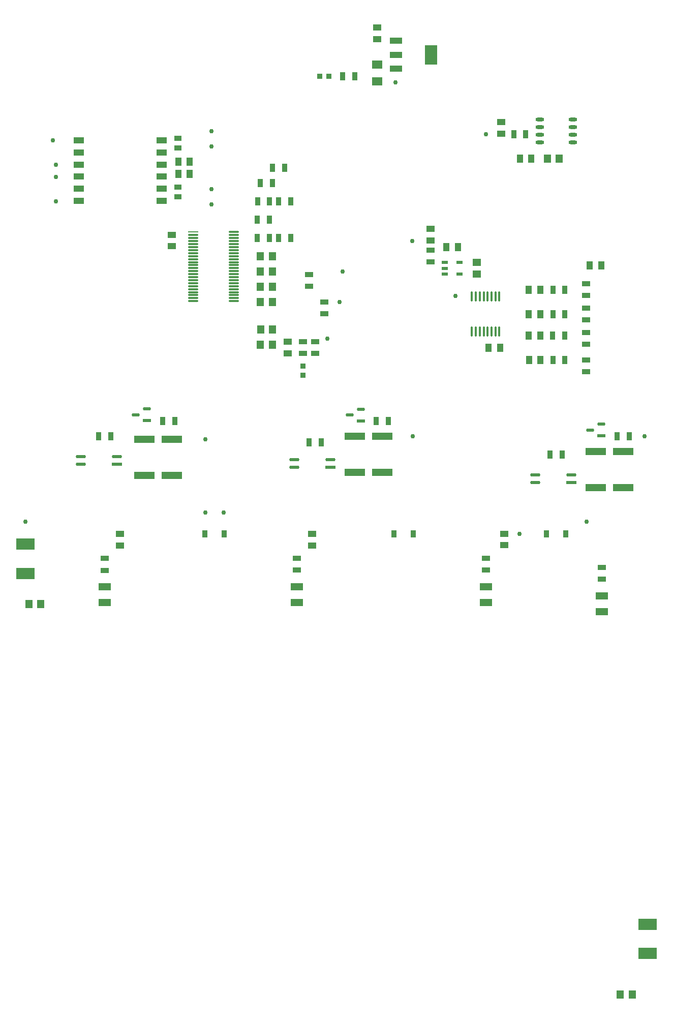
<source format=gtp>
G04*
G04 #@! TF.GenerationSoftware,Altium Limited,Altium Designer,23.3.1 (30)*
G04*
G04 Layer_Color=8421504*
%FSLAX25Y25*%
%MOIN*%
G70*
G04*
G04 #@! TF.SameCoordinates,B9ADD834-6C2E-4723-A052-446894AFEB0A*
G04*
G04*
G04 #@! TF.FilePolarity,Positive*
G04*
G01*
G75*
%ADD21R,0.04331X0.02362*%
%ADD22O,0.01378X0.07284*%
%ADD23C,0.03000*%
%ADD24R,0.05709X0.04724*%
%ADD25R,0.05315X0.03543*%
%ADD26R,0.03543X0.05315*%
%ADD27R,0.05512X0.04134*%
%ADD28R,0.04134X0.05512*%
%ADD29R,0.04921X0.03740*%
%ADD30R,0.06901X0.01004*%
G04:AMPARAMS|DCode=31|XSize=69.01mil|YSize=10.04mil|CornerRadius=5.02mil|HoleSize=0mil|Usage=FLASHONLY|Rotation=0.000|XOffset=0mil|YOffset=0mil|HoleType=Round|Shape=RoundedRectangle|*
%AMROUNDEDRECTD31*
21,1,0.06901,0.00000,0,0,0.0*
21,1,0.05897,0.01004,0,0,0.0*
1,1,0.01004,0.02949,0.00000*
1,1,0.01004,-0.02949,0.00000*
1,1,0.01004,-0.02949,0.00000*
1,1,0.01004,0.02949,0.00000*
%
%ADD31ROUNDEDRECTD31*%
%ADD32R,0.06732X0.04000*%
%ADD33R,0.04724X0.05709*%
%ADD34R,0.03583X0.04803*%
%ADD35R,0.08000X0.04500*%
G04:AMPARAMS|DCode=36|XSize=53.36mil|YSize=22.14mil|CornerRadius=11.07mil|HoleSize=0mil|Usage=FLASHONLY|Rotation=180.000|XOffset=0mil|YOffset=0mil|HoleType=Round|Shape=RoundedRectangle|*
%AMROUNDEDRECTD36*
21,1,0.05336,0.00000,0,0,180.0*
21,1,0.03121,0.02214,0,0,180.0*
1,1,0.02214,-0.01561,0.00000*
1,1,0.02214,0.01561,0.00000*
1,1,0.02214,0.01561,0.00000*
1,1,0.02214,-0.01561,0.00000*
%
%ADD36ROUNDEDRECTD36*%
%ADD37R,0.05336X0.02214*%
G04:AMPARAMS|DCode=38|XSize=67.04mil|YSize=20.95mil|CornerRadius=10.48mil|HoleSize=0mil|Usage=FLASHONLY|Rotation=180.000|XOffset=0mil|YOffset=0mil|HoleType=Round|Shape=RoundedRectangle|*
%AMROUNDEDRECTD38*
21,1,0.06704,0.00000,0,0,180.0*
21,1,0.04609,0.02095,0,0,180.0*
1,1,0.02095,-0.02305,0.00000*
1,1,0.02095,0.02305,0.00000*
1,1,0.02095,0.02305,0.00000*
1,1,0.02095,-0.02305,0.00000*
%
%ADD38ROUNDEDRECTD38*%
%ADD39R,0.06704X0.02095*%
%ADD40R,0.13410X0.04560*%
%ADD41R,0.12400X0.07700*%
%ADD42R,0.03740X0.03543*%
%ADD43R,0.08465X0.12795*%
%ADD44R,0.08465X0.03937*%
%ADD45R,0.07087X0.05709*%
%ADD46R,0.03543X0.03740*%
%ADD47O,0.05709X0.02362*%
D21*
X296465Y553740D02*
D03*
Y546260D02*
D03*
X287016D02*
D03*
Y550000D02*
D03*
Y553740D02*
D03*
D22*
X322697Y531516D02*
D03*
X320138D02*
D03*
X317579D02*
D03*
X315020D02*
D03*
X312461D02*
D03*
X309902D02*
D03*
X307343D02*
D03*
X304783D02*
D03*
X322697Y508484D02*
D03*
X320138D02*
D03*
X317579D02*
D03*
X315020D02*
D03*
X312461D02*
D03*
X309902D02*
D03*
X307343D02*
D03*
X304783D02*
D03*
D23*
X294000Y532000D02*
D03*
X265740Y568000D02*
D03*
X220000Y548000D02*
D03*
X218000Y528000D02*
D03*
X32000Y618000D02*
D03*
Y610000D02*
D03*
X30000Y634000D02*
D03*
X32000Y594000D02*
D03*
X134000Y640000D02*
D03*
Y592000D02*
D03*
Y630000D02*
D03*
Y602000D02*
D03*
X142000Y390000D02*
D03*
X130000D02*
D03*
X210000Y504000D02*
D03*
X418000Y440000D02*
D03*
X380000Y384000D02*
D03*
X336000Y376000D02*
D03*
X12000Y384000D02*
D03*
X266000Y440000D02*
D03*
X130000Y438000D02*
D03*
X254484Y672000D02*
D03*
X314063Y638000D02*
D03*
D24*
X308000Y546063D02*
D03*
Y553937D02*
D03*
D25*
X277740Y561937D02*
D03*
Y554063D02*
D03*
X379740Y482063D02*
D03*
Y489937D02*
D03*
Y500063D02*
D03*
Y507937D02*
D03*
Y516063D02*
D03*
Y523937D02*
D03*
Y532063D02*
D03*
Y539937D02*
D03*
X208000Y520063D02*
D03*
Y527937D02*
D03*
X198000Y545937D02*
D03*
Y538063D02*
D03*
X314000Y352063D02*
D03*
Y359937D02*
D03*
X390000Y346126D02*
D03*
Y354000D02*
D03*
X190000Y352126D02*
D03*
Y360000D02*
D03*
X194000Y494063D02*
D03*
Y501937D02*
D03*
X202000Y494063D02*
D03*
Y501937D02*
D03*
X64000Y359874D02*
D03*
Y352000D02*
D03*
D26*
X357803Y490000D02*
D03*
X365677D02*
D03*
X357740Y506000D02*
D03*
X365614D02*
D03*
X357803Y520000D02*
D03*
X365677D02*
D03*
X357803Y536000D02*
D03*
X365677D02*
D03*
X172000Y593736D02*
D03*
X164126D02*
D03*
X178063Y570000D02*
D03*
X185937D02*
D03*
X171937Y582000D02*
D03*
X164063D02*
D03*
X185937Y593736D02*
D03*
X178063D02*
D03*
X164063Y570000D02*
D03*
X171937D02*
D03*
X173937Y605736D02*
D03*
X166063D02*
D03*
X181937Y615736D02*
D03*
X174063D02*
D03*
X400000Y440000D02*
D03*
X407874D02*
D03*
X205937Y436000D02*
D03*
X198063D02*
D03*
X242063Y450000D02*
D03*
X249937D02*
D03*
X67874Y440000D02*
D03*
X60000D02*
D03*
X363937Y428000D02*
D03*
X356063D02*
D03*
X102000Y450000D02*
D03*
X109874D02*
D03*
X220063Y676000D02*
D03*
X227937D02*
D03*
X340000Y638000D02*
D03*
X332126D02*
D03*
D27*
X277740Y568260D02*
D03*
Y575740D02*
D03*
X108000Y572000D02*
D03*
Y564520D02*
D03*
X326000Y368520D02*
D03*
Y376000D02*
D03*
X200000Y368260D02*
D03*
Y375740D02*
D03*
X184000Y494260D02*
D03*
Y501740D02*
D03*
X74000Y375740D02*
D03*
Y368260D02*
D03*
X242484Y707740D02*
D03*
Y700260D02*
D03*
X324063Y645740D02*
D03*
Y638260D02*
D03*
D28*
X288000Y564000D02*
D03*
X295480D02*
D03*
X315740Y498000D02*
D03*
X323220D02*
D03*
X349480Y536000D02*
D03*
X342000D02*
D03*
X349480Y520000D02*
D03*
X342000D02*
D03*
X349480Y506000D02*
D03*
X342000D02*
D03*
X349740Y490000D02*
D03*
X342260D02*
D03*
X389480Y552000D02*
D03*
X382000D02*
D03*
X112260Y620000D02*
D03*
X119740D02*
D03*
X119740Y612000D02*
D03*
X112260D02*
D03*
X343740Y622000D02*
D03*
X336260D02*
D03*
D29*
X112000Y596949D02*
D03*
Y603051D02*
D03*
Y635051D02*
D03*
Y628949D02*
D03*
D30*
X122000Y573685D02*
D03*
D31*
Y571716D02*
D03*
Y569748D02*
D03*
Y567779D02*
D03*
Y565811D02*
D03*
Y563842D02*
D03*
Y561874D02*
D03*
Y559905D02*
D03*
Y557937D02*
D03*
Y555969D02*
D03*
Y554000D02*
D03*
Y552032D02*
D03*
Y550063D02*
D03*
Y548095D02*
D03*
Y546126D02*
D03*
Y544158D02*
D03*
Y542189D02*
D03*
Y540220D02*
D03*
Y538252D02*
D03*
Y536283D02*
D03*
Y534315D02*
D03*
Y532346D02*
D03*
Y530378D02*
D03*
Y528409D02*
D03*
X148576D02*
D03*
Y530378D02*
D03*
Y532346D02*
D03*
Y534315D02*
D03*
Y536283D02*
D03*
Y538252D02*
D03*
Y540220D02*
D03*
Y542189D02*
D03*
Y544158D02*
D03*
Y546126D02*
D03*
Y548095D02*
D03*
Y550063D02*
D03*
Y552032D02*
D03*
Y554000D02*
D03*
Y555969D02*
D03*
Y557937D02*
D03*
Y559905D02*
D03*
Y561874D02*
D03*
Y563842D02*
D03*
Y565811D02*
D03*
Y567779D02*
D03*
Y569748D02*
D03*
Y571716D02*
D03*
Y573685D02*
D03*
D32*
X46874Y633685D02*
D03*
Y625811D02*
D03*
Y617937D02*
D03*
Y610063D02*
D03*
Y602189D02*
D03*
Y594315D02*
D03*
X101126D02*
D03*
Y602189D02*
D03*
Y610063D02*
D03*
Y617937D02*
D03*
Y625811D02*
D03*
Y633685D02*
D03*
D33*
X173937Y538000D02*
D03*
X166063D02*
D03*
X173937Y528000D02*
D03*
X166063D02*
D03*
X174000Y510000D02*
D03*
X166126D02*
D03*
X173937Y500000D02*
D03*
X166063D02*
D03*
X173937Y548000D02*
D03*
X166063D02*
D03*
X173937Y558000D02*
D03*
X166063D02*
D03*
X402000Y74000D02*
D03*
X409874D02*
D03*
X22000Y330000D02*
D03*
X14126D02*
D03*
X362000Y622000D02*
D03*
X354126D02*
D03*
D34*
X266437Y376000D02*
D03*
X253563D02*
D03*
X366437D02*
D03*
X353563D02*
D03*
X142437D02*
D03*
X129563D02*
D03*
D35*
X314000Y341250D02*
D03*
Y330750D02*
D03*
X390000Y335250D02*
D03*
Y324750D02*
D03*
X190000Y341250D02*
D03*
Y330750D02*
D03*
X64000D02*
D03*
Y341250D02*
D03*
D36*
X382356Y444000D02*
D03*
X389644Y447740D02*
D03*
X224713Y453740D02*
D03*
X232000Y457480D02*
D03*
X84356Y454000D02*
D03*
X91644Y457740D02*
D03*
D37*
X389644Y440260D02*
D03*
X232000Y450000D02*
D03*
X91644Y450260D02*
D03*
D38*
X188188Y419500D02*
D03*
Y424500D02*
D03*
X211812D02*
D03*
X48188Y421500D02*
D03*
Y426500D02*
D03*
X71812D02*
D03*
X346188Y409500D02*
D03*
Y414500D02*
D03*
X369812D02*
D03*
D39*
X211812Y419500D02*
D03*
X71812Y421500D02*
D03*
X369812Y409500D02*
D03*
D40*
X386000Y429819D02*
D03*
Y406181D02*
D03*
X404000Y429819D02*
D03*
Y406181D02*
D03*
X246000Y439819D02*
D03*
Y416181D02*
D03*
X228000Y439819D02*
D03*
Y416181D02*
D03*
X90000Y437819D02*
D03*
Y414181D02*
D03*
X108000Y437819D02*
D03*
Y414181D02*
D03*
D41*
X420000Y100700D02*
D03*
Y120000D02*
D03*
X12000Y369300D02*
D03*
Y350000D02*
D03*
D42*
X194000Y486000D02*
D03*
Y479898D02*
D03*
D43*
X278000Y690000D02*
D03*
D44*
X254969Y680945D02*
D03*
Y690000D02*
D03*
Y699055D02*
D03*
D45*
X242484Y683512D02*
D03*
Y672488D02*
D03*
D46*
X211051Y676000D02*
D03*
X204949D02*
D03*
D47*
X349335Y647500D02*
D03*
Y642500D02*
D03*
Y637500D02*
D03*
Y632500D02*
D03*
X370791Y647500D02*
D03*
Y642500D02*
D03*
Y637500D02*
D03*
Y632500D02*
D03*
M02*

</source>
